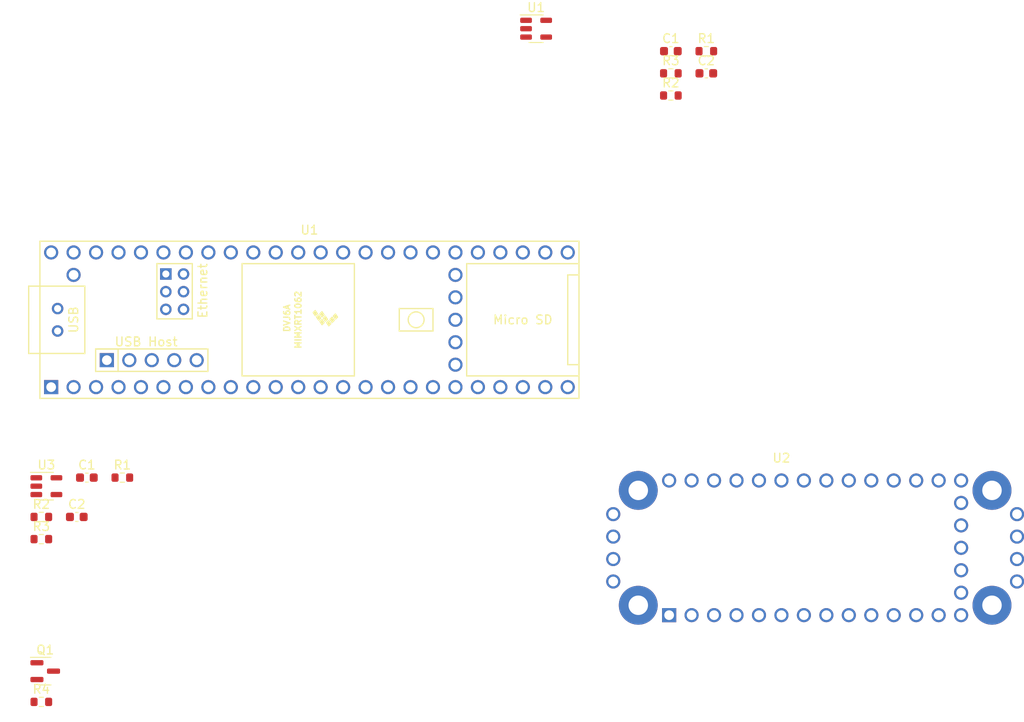
<source format=kicad_pcb>
(kicad_pcb (version 20211014) (generator pcbnew)
  (layers (0 "F.Cu" signal) (31 "B.Cu" signal) (34 "B.Paste" user) (35 "F.Paste" user) (36 "B.SilkS" user "B.Silkscreen") (37 "F.SilkS" user "F.Silkscreen") (38 "B.Mask" user) (39 "F.Mask" user) (44 "Edge.Cuts" user))
  (net 0 "")
  (net 1 "Net-(U1-Pad3)")
  (net 2 "GND")
  (net 3 "+5V")
  (net 4 "/SetSpeed_PWM")
  (net 5 "Net-(U1-Pad4)")
  (net 16 "/SetSpeed_Analog")
  (net 17 "Net-(C1-Pad1)")
  (net 18 "Net-(Q1-Pad1)")
  (net 20 "/Motor Controller/Dig2Analog/SetSpeed_PWM")
  (net 21 "Net-(R2-Pad2)")
  (net 22 "/Motor Controller/Dig2Analog/SetSpeed_Analog")
  (net 84 "/Prop Shield/IRQ")
  (net 85 "/Prop Shield/CS")
  (net 86 "/Prop Shield/MISO")
  (net 87 "/Prop Shield/MOSI")
  (net 88 "/Prop Shield/SCK")
  (net 89 "/Prop Shield/SDA")
  (net 90 "/Prop Shield/SCL")
  (net 91 "+3V3")
  (footprint "Package_TO_SOT_SMD:SOT-23-5" (layer "F.Cu") (at 109.22 86.36)
    (fp_text reference "U1" (at 0 -2.4) (layer "F.SilkS"))
    (fp_text value "OPA320xxDBV")
    (fp_line (start 0 -1.56) (end 0.8 -1.56) (layer "F.SilkS") (width 0.12))
    (fp_line (start 0 1.56) (end -0.8 1.56) (layer "F.SilkS") (width 0.12))
    (fp_line (start 0 -1.56) (end -1.8 -1.56) (layer "F.SilkS") (width 0.12))
    (fp_line (start 0 1.56) (end 0.8 1.56) (layer "F.SilkS") (width 0.12))
    (pad "1" smd roundrect locked (at -1.1375 -0.95) (size 1.325 0.6) (layers "F.Cu" "F.Paste" "F.Mask") (net 16 "/SetSpeed_Analog"))
    (pad "2" smd roundrect locked (at -1.1375 0) (size 1.325 0.6) (layers "F.Cu" "F.Paste" "F.Mask") (net 2 "GND"))
    (pad "3" smd roundrect locked (at -1.1375 0.95) (size 1.325 0.6) (layers "F.Cu" "F.Paste" "F.Mask") (net 1 "Net-(U1-Pad3)"))
    (pad "4" smd roundrect locked (at 1.1375 0.95) (size 1.325 0.6) (layers "F.Cu" "F.Paste" "F.Mask") (net 5 "Net-(U1-Pad4)"))
    (pad "5" smd roundrect locked (at 1.1375 -0.95) (size 1.325 0.6) (layers "F.Cu" "F.Paste" "F.Mask") (net 3 "+5V"))
  )
  (footprint "Resistor_SMD:R_0603_1608Metric" (layer "F.Cu") (at 53.27 162.54)
    (fp_text reference "R4" (at 0 -1.43) (layer "F.SilkS"))
    (fp_text value "1k")
    (fp_line (start -0.237258 0.5225) (end 0.237258 0.5225) (layer "F.SilkS") (width 0.12))
    (fp_line (start -0.237258 -0.5225) (end 0.237258 -0.5225) (layer "F.SilkS") (width 0.12))
    (pad "1" smd roundrect locked (at -0.825 0) (size 0.8 0.95) (layers "F.Cu" "F.Paste" "F.Mask") (net 18 "Net-(Q1-Pad1)"))
    (pad "2" smd roundrect locked (at 0.825 0) (size 0.8 0.95) (layers "F.Cu" "F.Paste" "F.Mask"))
  )
  (footprint "teensy:Teensy41" (layer "F.Cu") (at 83.59 119.3)
    (fp_text reference "U1" (at 0 -10.16) (layer "F.SilkS"))
    (fp_text value "Teensy4.1")
    (fp_text user "USB Host" (at -18.4658 2.4892) (layer "F.SilkS"))
    (fp_text user "Ethernet" (at -12.065 -3.2766 90) (layer "F.SilkS"))
    (fp_text user "DVJ6A" (at -2.54 -0.18 -90) (layer "F.SilkS") (effects (font (size 0.7 0.7))))
    (fp_text user "MIMXRT1062" (at -1.27 0 -90) (layer "F.SilkS") (effects (font (size 0.7 0.7))))
    (fp_text user "Micro SD" (at 24.13 0) (layer "F.SilkS"))
    (fp_text user "USB" (at -26.67 0 270) (layer "F.SilkS"))
    (fp_line (start -11.4808 3.2992) (end -11.4808 5.8392) (layer "F.SilkS") (width 0.15))
    (fp_line (start -25.4 3.81) (end -30.48 3.81) (layer "F.SilkS") (width 0.15))
    (fp_line (start -30.48 8.89) (end -30.48 -8.89) (layer "F.SilkS") (width 0.15))
    (fp_line (start 29.21 -5.08) (end 29.21 5.08) (layer "F.SilkS") (width 0.15))
    (fp_line (start 29.21 5.08) (end 30.48 5.08) (layer "F.SilkS") (width 0.15))
    (fp_line (start -30.48 3.81) (end -31.75 3.81) (layer "F.SilkS") (width 0.15))
    (fp_line (start -25.4 -3.81) (end -30.48 -3.81) (layer "F.SilkS") (width 0.15))
    (fp_line (start -31.75 -3.81) (end -30.48 -3.81) (layer "F.SilkS") (width 0.15))
    (fp_line (start 30.48 -8.89) (end 30.48 8.89) (layer "F.SilkS") (width 0.15))
    (fp_line (start -31.75 3.81) (end -31.75 -3.81) (layer "F.SilkS") (width 0.15))
    (fp_line (start 30.48 -5.08) (end 29.21 -5.08) (layer "F.SilkS") (width 0.15))
    (fp_line (start -30.48 -8.89) (end 30.48 -8.89) (layer "F.SilkS") (width 0.15))
    (fp_line (start 13.97 1.27) (end 10.16 1.27) (layer "F.SilkS") (width 0.15))
    (fp_line (start 5.08 6.35) (end 5.08 -6.35) (layer "F.SilkS") (width 0.15))
    (fp_line (start 10.16 1.27) (end 10.16 -1.27) (layer "F.SilkS") (width 0.15))
    (fp_line (start -13.25 -0.1016) (end -13.25 -6.3516) (layer "F.SilkS") (width 0.15))
    (fp_line (start -17.25 -6.3516) (end -17.25 -6.1016) (layer "F.SilkS") (width 0.15))
    (fp_line (start -7.62 -6.35) (end -7.62 6.35) (layer "F.SilkS") (width 0.15))
    (fp_line (start 10.16 -1.27) (end 13.97 -1.27) (layer "F.SilkS") (width 0.15))
    (fp_line (start 17.78 -6.35) (end 17.78 6.35) (layer "F.SilkS") (width 0.15))
    (fp_line (start -13.25 -6.3516) (end -17.25 -6.3516) (layer "F.SilkS") (width 0.15))
    (fp_line (start -17.25 -0.1016) (end -13.25 -0.1016) (layer "F.SilkS") (width 0.15))
    (fp_line (start -11.4808 5.8392) (end -24.1808 5.8392) (layer "F.SilkS") (width 0.15))
    (fp_line (start -24.1808 5.8392) (end -24.1808 3.2992) (layer "F.SilkS") (width 0.15))
    (fp_line (start 5.08 -6.35) (end -7.62 -6.35) (layer "F.SilkS") (width 0.15))
    (fp_line (start -7.62 6.35) (end 5.08 6.35) (layer "F.SilkS") (width 0.15))
    (fp_line (start 13.97 -1.27) (end 13.97 1.27) (layer "F.SilkS") (width 0.15))
    (fp_line (start -21.6408 3.2992) (end -21.6408 5.8392) (layer "F.SilkS") (width 0.15))
    (fp_line (start 30.48 -6.35) (end 17.78 -6.35) (layer "F.SilkS") (width 0.15))
    (fp_line (start -24.1808 3.2992) (end -11.4808 3.2992) (layer "F.SilkS") (width 0.15))
    (fp_line (start 17.78 6.35) (end 30.48 6.35) (layer "F.SilkS") (width 0.15))
    (fp_line (start -24.1808 3.2992) (end -21.6408 3.2992) (layer "F.SilkS") (width 0.15))
    (fp_line (start 30.48 8.89) (end -30.48 8.89) (layer "F.SilkS") (width 0.15))
    (fp_line (start -17.25 -6.1016) (end -17.25 -0.1016) (layer "F.SilkS") (width 0.15))
    (fp_line (start -25.4 3.81) (end -25.4 -3.81) (layer "F.SilkS") (width 0.15))
    (fp_circle (center 12.065 0) (end 12.7 -0.635) (layer "F.SilkS") (width 0.15) (fill none))
    (fp_poly (pts (xy 1.673 -0.561) (xy 1.419 -0.307) (xy 1.165 -0.688) (xy 1.419 -0.942)) (layer "F.SilkS") (width 0.1) (fill solid))
    (fp_poly (pts (xy 0.911 -0.688) (xy 0.657 -0.434) (xy 0.403 -0.815) (xy 0.657 -1.069)) (layer "F.SilkS") (width 0.1) (fill solid))
    (fp_poly (pts (xy 2.435 0.455) (xy 2.181 0.709) (xy 1.927 0.328) (xy 2.181 0.074)) (layer "F.SilkS") (width 0.1) (fill solid))
    (fp_poly (pts (xy 2.816 0.074) (xy 2.562 0.328) (xy 2.308 -0.053) (xy 2.562 -0.307)) (layer "F.SilkS") (width 0.1) (fill solid))
    (fp_poly (pts (xy 1.673 0.328) (xy 1.419 0.582) (xy 1.165 0.201) (xy 1.419 -0.053)) (layer "F.SilkS") (width 0.1) (fill solid))
    (fp_poly (pts (xy 1.292 -0.18) (xy 1.038 0.074) (xy 0.784 -0.307) (xy 1.038 -0.561)) (layer "F.SilkS") (width 0.1) (fill solid))
    (fp_poly (pts (xy 2.054 -0.053) (xy 1.8 0.201) (xy 1.546 -0.18) (xy 1.8 -0.434)) (layer "F.SilkS") (width 0.1) (fill solid))
    (fp_poly (pts (xy 3.197 -0.307) (xy 2.943 -0.053) (xy 2.689 -0.434) (xy 2.943 -0.688)) (layer "F.SilkS") (width 0.1) (fill solid))
    (pad "1" thru_hole rect (at -29.21 7.62) (size 1.6 1.6) (drill 1.1) (layers *.Cu *.Mask))
    (pad "2" thru_hole circle (at -26.67 7.62) (size 1.6 1.6) (drill 1.1) (layers *.Cu *.Mask))
    (pad "3" thru_hole circle (at -24.13 7.62) (size 1.6 1.6) (drill 1.1) (layers *.Cu *.Mask))
    (pad "4" thru_hole circle (at -21.59 7.62) (size 1.6 1.6) (drill 1.1) (layers *.Cu *.Mask) (net 84 "/Prop Shield/IRQ"))
    (pad "5" thru_hole circle (at -19.05 7.62) (size 1.6 1.6) (drill 1.1) (layers *.Cu *.Mask))
    (pad "6" thru_hole circle (at -16.51 7.62) (size 1.6 1.6) (drill 1.1) (layers *.Cu *.Mask))
    (pad "7" thru_hole circle (at -13.97 7.62) (size 1.6 1.6) (drill 1.1) (layers *.Cu *.Mask))
    (pad "8" thru_hole circle (at -11.43 7.62) (size 1.6 1.6) (drill 1.1) (layers *.Cu *.Mask))
    (pad "9" thru_hole circle (at -8.89 7.62) (size 1.6 1.6) (drill 1.1) (layers *.Cu *.Mask))
    (pad "10" thru_hole circle (at -6.35 7.62) (size 1.6 1.6) (drill 1.1) (layers *.Cu *.Mask))
    (pad "11" thru_hole circle (at -3.81 7.62) (size 1.6 1.6) (drill 1.1) (layers *.Cu *.Mask))
    (pad "12" thru_hole circle (at -1.27 7.62) (size 1.6 1.6) (drill 1.1) (layers *.Cu *.Mask) (net 85 "/Prop Shield/CS"))
    (pad "13" thru_hole circle (at 1.27 7.62) (size 1.6 1.6) (drill 1.1) (layers *.Cu *.Mask) (net 87 "/Prop Shield/MOSI"))
    (pad "14" thru_hole circle (at 3.81 7.62) (size 1.6 1.6) (drill 1.1) (layers *.Cu *.Mask) (net 86 "/Prop Shield/MISO"))
    (pad "15" thru_hole circle (at 6.35 7.62) (size 1.6 1.6) (drill 1.1) (layers *.Cu *.Mask))
    (pad "16" thru_hole circle (at 8.89 7.62) (size 1.6 1.6) (drill 1.1) (layers *.Cu *.Mask))
    (pad "17" thru_hole circle (at 11.43 7.62) (size 1.6 1.6) (drill 1.1) (layers *.Cu *.Mask))
    (pad "18" thru_hole circle (at 13.97 7.62) (size 1.6 1.6) (drill 1.1) (layers *.Cu *.Mask))
    (pad "19" thru_hole circle (at 16.51 7.62) (size 1.6 1.6) (drill 1.1) (layers *.Cu *.Mask))
    (pad "20" thru_hole circle (at 19.05 7.62) (size 1.6 1.6) (drill 1.1) (layers *.Cu *.Mask))
    (pad "21" thru_hole circle (at 21.59 7.62) (size 1.6 1.6) (drill 1.1) (layers *.Cu *.Mask))
    (pad "22" thru_hole circle (at 24.13 7.62) (size 1.6 1.6) (drill 1.1) (layers *.Cu *.Mask))
    (pad "23" thru_hole circle (at 26.67 7.62) (size 1.6 1.6) (drill 1.1) (layers *.Cu *.Mask))
    (pad "24" thru_hole circle (at 29.21 7.62) (size 1.6 1.6) (drill 1.1) (layers *.Cu *.Mask))
    (pad "25" thru_hole circle (at 29.21 -7.62) (size 1.6 1.6) (drill 1.1) (layers *.Cu *.Mask))
    (pad "26" thru_hole circle (at 26.67 -7.62) (size 1.6 1.6) (drill 1.1) (layers *.Cu *.Mask))
    (pad "27" thru_hole circle (at 24.13 -7.62) (size 1.6 1.6) (drill 1.1) (layers *.Cu *.Mask))
    (pad "28" thru_hole circle (at 21.59 -7.62) (size 1.6 1.6) (drill 1.1) (layers *.Cu *.Mask))
    (pad "29" thru_hole circle (at 19.05 -7.62) (size 1.6 1.6) (drill 1.1) (layers *.Cu *.Mask))
    (pad "30" thru_hole circle (at 16.51 -7.62) (size 1.6 1.6) (drill 1.1) (layers *.Cu *.Mask))
    (pad "31" thru_hole circle (at 13.97 -7.62) (size 1.6 1.6) (drill 1.1) (layers *.Cu *.Mask))
    (pad "32" thru_hole circle (at 11.43 -7.62) (size 1.6 1.6) (drill 1.1) (layers *.Cu *.Mask))
    (pad "33" thru_hole circle (at 8.89 -7.62) (size 1.6 1.6) (drill 1.1) (layers *.Cu *.Mask))
    (pad "34" thru_hole circle (at 6.35 -7.62) (size 1.6 1.6) (drill 1.1) (layers *.Cu *.Mask))
    (pad "35" thru_hole circle (at 3.81 -7.62) (size 1.6 1.6) (drill 1.1) (layers *.Cu *.Mask) (net 88 "/Prop Shield/SCK"))
    (pad "36" thru_hole circle (at 1.27 -7.62) (size 1.6 1.6) (drill 1.1) (layers *.Cu *.Mask))
    (pad "37" thru_hole circle (at -1.27 -7.62) (size 1.6 1.6) (drill 1.1) (layers *.Cu *.Mask))
    (pad "38" thru_hole circle (at -3.81 -7.62) (size 1.6 1.6) (drill 1.1) (layers *.Cu *.Mask))
    (pad "39" thru_hole circle (at -6.35 -7.62) (size 1.6 1.6) (drill 1.1) (layers *.Cu *.Mask))
    (pad "40" thru_hole circle (at -8.89 -7.62) (size 1.6 1.6) (drill 1.1) (layers *.Cu *.Mask) (net 89 "/Prop Shield/SDA"))
    (pad "41" thru_hole circle (at -11.43 -7.62) (size 1.6 1.6) (drill 1.1) (layers *.Cu *.Mask) (net 90 "/Prop Shield/SCL"))
    (pad "42" thru_hole circle (at -13.97 -7.62) (size 1.6 1.6) (drill 1.1) (layers *.Cu *.Mask))
    (pad "43" thru_hole circle (at -16.51 -7.62) (size 1.6 1.6) (drill 1.1) (layers *.Cu *.Mask))
    (pad "44" thru_hole circle (at -19.05 -7.62) (size 1.6 1.6) (drill 1.1) (layers *.Cu *.Mask))
    (pad "45" thru_hole circle (at -21.59 -7.62) (size 1.6 1.6) (drill 1.1) (layers *.Cu *.Mask))
    (pad "46" thru_hole circle (at -24.13 -7.62) (size 1.6 1.6) (drill 1.1) (layers *.Cu *.Mask))
    (pad "47" thru_hole circle (at -26.67 -7.62) (size 1.6 1.6) (drill 1.1) (layers *.Cu *.Mask))
    (pad "48" thru_hole circle (at -29.21 -7.62) (size 1.6 1.6) (drill 1.1) (layers *.Cu *.Mask))
    (pad "49" thru_hole circle (at -26.67 -5.08) (size 1.6 1.6) (drill 1.1) (layers *.Cu *.Mask))
    (pad "50" thru_hole circle (at 16.51 5.08) (size 1.6 1.6) (drill 1.1) (layers *.Cu *.Mask))
    (pad "51" thru_hole circle (at 16.51 2.54) (size 1.6 1.6) (drill 1.1) (layers *.Cu *.Mask))
    (pad "52" thru_hole circle (at 16.51 0) (size 1.6 1.6) (drill 1.1) (layers *.Cu *.Mask))
    (pad "53" thru_hole circle (at 16.51 -2.54) (size 1.6 1.6) (drill 1.1) (layers *.Cu *.Mask))
    (pad "54" thru_hole circle (at 16.51 -5.08) (size 1.6 1.6) (drill 1.1) (layers *.Cu *.Mask))
    (pad "55" thru_hole rect (at -22.9108 4.5692) (size 1.6 1.6) (drill 1.1) (layers *.Cu *.Mask))
    (pad "56" thru_hole circle (at -20.3708 4.5692) (size 1.6 1.6) (drill 1.1) (layers *.Cu *.Mask))
    (pad "57" thru_hole circle (at -17.8308 4.5692) (size 1.6 1.6) (drill 1.1) (layers *.Cu *.Mask))
    (pad "58" thru_hole circle (at -15.2908 4.5692) (size 1.6 1.6) (drill 1.1) (layers *.Cu *.Mask))
    (pad "59" thru_hole circle (at -12.7508 4.5692) (size 1.6 1.6) (drill 1.1) (layers *.Cu *.Mask))
    (pad "60" thru_hole rect (at -16.24 -5.1816) (size 1.3 1.3) (drill 0.8) (layers *.Cu *.Mask))
    (pad "61" thru_hole circle (at -16.24 -3.1816) (size 1.3 1.3) (drill 0.8) (layers *.Cu *.Mask))
    (pad "62" thru_hole circle (at -16.24 -1.1816) (size 1.3 1.3) (drill 0.8) (layers *.Cu *.Mask))
    (pad "63" thru_hole circle (at -14.24 -1.1816) (size 1.3 1.3) (drill 0.8) (layers *.Cu *.Mask))
    (pad "64" thru_hole circle (at -14.24 -3.1816) (size 1.3 1.3) (drill 0.8) (layers *.Cu *.Mask))
    (pad "65" thru_hole circle (at -14.24 -5.1816) (size 1.3 1.3) (drill 0.8) (layers *.Cu *.Mask))
    (pad "66" thru_hole circle (at -28.48 -1.27) (size 1.3 1.3) (drill 0.8) (layers *.Cu *.Mask))
    (pad "67" thru_hole circle (at -28.48 1.27) (size 1.3 1.3) (drill 0.8) (layers *.Cu *.Mask))
  )
  (footprint "Package_TO_SOT_SMD:SOT-23-5" (layer "F.Cu") (at 53.84 138.13)
    (fp_text reference "U3" (at 0 -2.4) (layer "F.SilkS"))
    (fp_text value "OPA320xxDBV")
    (fp_line (start 0 1.56) (end -0.8 1.56) (layer "F.SilkS") (width 0.12))
    (fp_line (start 0 -1.56) (end -1.8 -1.56) (layer "F.SilkS") (width 0.12))
    (fp_line (start 0 -1.56) (end 0.8 -1.56) (layer "F.SilkS") (width 0.12))
    (fp_line (start 0 1.56) (end 0.8 1.56) (layer "F.SilkS") (width 0.12))
    (pad "1" smd roundrect locked (at -1.1375 -0.95) (size 1.325 0.6) (layers "F.Cu" "F.Paste" "F.Mask") (net 22 "/Motor Controller/Dig2Analog/SetSpeed_Analog"))
    (pad "2" smd roundrect locked (at -1.1375 0) (size 1.325 0.6) (layers "F.Cu" "F.Paste" "F.Mask") (net 2 "GND"))
    (pad "3" smd roundrect locked (at -1.1375 0.95) (size 1.325 0.6) (layers "F.Cu" "F.Paste" "F.Mask") (net 17 "Net-(C1-Pad1)"))
    (pad "4" smd roundrect locked (at 1.1375 0.95) (size 1.325 0.6) (layers "F.Cu" "F.Paste" "F.Mask") (net 21 "Net-(R2-Pad2)"))
    (pad "5" smd roundrect locked (at 1.1375 -0.95) (size 1.325 0.6) (layers "F.Cu" "F.Paste" "F.Mask") (net 3 "+5V"))
  )
  (footprint "Resistor_SMD:R_0603_1608Metric" (layer "F.Cu") (at 53.27 141.61)
    (fp_text reference "R2" (at 0 -1.43) (layer "F.SilkS"))
    (fp_text value "R")
    (fp_line (start -0.237258 0.5225) (end 0.237258 0.5225) (layer "F.SilkS") (width 0.12))
    (fp_line (start -0.237258 -0.5225) (end 0.237258 -0.5225) (layer "F.SilkS") (width 0.12))
    (pad "1" smd roundrect locked (at -0.825 0) (size 0.8 0.95) (layers "F.Cu" "F.Paste" "F.Mask") (net 2 "GND"))
    (pad "2" smd roundrect locked (at 0.825 0) (size 0.8 0.95) (layers "F.Cu" "F.Paste" "F.Mask") (net 21 "Net-(R2-Pad2)"))
  )
  (footprint "Capacitor_SMD:C_0603_1608Metric" (layer "F.Cu") (at 57.28 141.61)
    (fp_text reference "C2" (at 0 -1.43) (layer "F.SilkS"))
    (fp_text value "100nF 10V")
    (fp_line (start -0.14058 0.51) (end 0.14058 0.51) (layer "F.SilkS") (width 0.12))
    (fp_line (start -0.14058 -0.51) (end 0.14058 -0.51) (layer "F.SilkS") (width 0.12))
    (pad "1" smd roundrect locked (at -0.775 0) (size 0.9 0.95) (layers "F.Cu" "F.Paste" "F.Mask") (net 3 "+5V"))
    (pad "2" smd roundrect locked (at 0.775 0) (size 0.9 0.95) (layers "F.Cu" "F.Paste" "F.Mask") (net 2 "GND"))
  )
  (footprint "Package_TO_SOT_SMD:SOT-23" (layer "F.Cu") (at 53.71 159.06)
    (fp_text reference "Q1" (at 0 -2.4) (layer "F.SilkS"))
    (fp_text value "BSS123")
    (fp_line (start 0 -1.56) (end 0.65 -1.56) (layer "F.SilkS") (width 0.12))
    (fp_line (start 0 1.56) (end 0.65 1.56) (layer "F.SilkS") (width 0.12))
    (fp_line (start 0 1.56) (end -0.65 1.56) (layer "F.SilkS") (width 0.12))
    (fp_line (start 0 -1.56) (end -1.675 -1.56) (layer "F.SilkS") (width 0.12))
    (pad "1" smd roundrect locked (at -0.9375 -0.95) (size 1.475 0.6) (layers "F.Cu" "F.Paste" "F.Mask") (net 18 "Net-(Q1-Pad1)"))
    (pad "2" smd roundrect locked (at -0.9375 0.95) (size 1.475 0.6) (layers "F.Cu" "F.Paste" "F.Mask") (net 2 "GND"))
    (pad "3" smd roundrect locked (at 0.9375 0) (size 1.475 0.6) (layers "F.Cu" "F.Paste" "F.Mask"))
  )
  (footprint "Capacitor_SMD:C_0603_1608Metric" (layer "F.Cu") (at 58.42 137.16)
    (fp_text reference "C1" (at 0 -1.43) (layer "F.SilkS"))
    (fp_text value "C")
    (fp_line (start -0.14058 0.51) (end 0.14058 0.51) (layer "F.SilkS") (width 0.12))
    (fp_line (start -0.14058 -0.51) (end 0.14058 -0.51) (layer "F.SilkS") (width 0.12))
    (pad "1" smd roundrect locked (at -0.775 0) (size 0.9 0.95) (layers "F.Cu" "F.Paste" "F.Mask") (net 17 "Net-(C1-Pad1)"))
    (pad "2" smd roundrect locked (at 0.775 0) (size 0.9 0.95) (layers "F.Cu" "F.Paste" "F.Mask") (net 2 "GND"))
  )
  (footprint "Resistor_SMD:R_0603_1608Metric" (layer "F.Cu") (at 128.47 88.9)
    (fp_text reference "R1" (at 0 -1.43) (layer "F.SilkS"))
    (fp_text value "R")
    (fp_line (start -0.237258 -0.5225) (end 0.237258 -0.5225) (layer "F.SilkS") (width 0.12))
    (fp_line (start -0.237258 0.5225) (end 0.237258 0.5225) (layer "F.SilkS") (width 0.12))
    (pad "1" smd roundrect locked (at -0.825 0) (size 0.8 0.95) (layers "F.Cu" "F.Paste" "F.Mask") (net 4 "/SetSpeed_PWM"))
    (pad "2" smd roundrect locked (at 0.825 0) (size 0.8 0.95) (layers "F.Cu" "F.Paste" "F.Mask") (net 1 "Net-(U1-Pad3)"))
  )
  (footprint "Resistor_SMD:R_0603_1608Metric" (layer "F.Cu") (at 124.46 93.92)
    (fp_text reference "R2" (at 0 -1.43) (layer "F.SilkS"))
    (fp_text value "R")
    (fp_line (start -0.237258 0.5225) (end 0.237258 0.5225) (layer "F.SilkS") (width 0.12))
    (fp_line (start -0.237258 -0.5225) (end 0.237258 -0.5225) (layer "F.SilkS") (width 0.12))
    (pad "1" smd roundrect locked (at -0.825 0) (size 0.8 0.95) (layers "F.Cu" "F.Paste" "F.Mask") (net 2 "GND"))
    (pad "2" smd roundrect locked (at 0.825 0) (size 0.8 0.95) (layers "F.Cu" "F.Paste" "F.Mask") (net 5 "Net-(U1-Pad4)"))
  )
  (footprint "Capacitor_SMD:C_0603_1608Metric" (layer "F.Cu") (at 128.47 91.41)
    (fp_text reference "C2" (at 0 -1.43) (layer "F.SilkS"))
    (fp_text value "100nF 10V")
    (fp_line (start -0.14058 -0.51) (end 0.14058 -0.51) (layer "F.SilkS") (width 0.12))
    (fp_line (start -0.14058 0.51) (end 0.14058 0.51) (layer "F.SilkS") (width 0.12))
    (pad "1" smd roundrect locked (at -0.775 0) (size 0.9 0.95) (layers "F.Cu" "F.Paste" "F.Mask") (net 3 "+5V"))
    (pad "2" smd roundrect locked (at 0.775 0) (size 0.9 0.95) (layers "F.Cu" "F.Paste" "F.Mask") (net 2 "GND"))
  )
  (footprint "Capacitor_SMD:C_0603_1608Metric" (layer "F.Cu") (at 124.46 88.9)
    (fp_text reference "C1" (at 0 -1.43) (layer "F.SilkS"))
    (fp_text value "C")
    (fp_line (start -0.14058 -0.51) (end 0.14058 -0.51) (layer "F.SilkS") (width 0.12))
    (fp_line (start -0.14058 0.51) (end 0.14058 0.51) (layer "F.SilkS") (width 0.12))
    (pad "1" smd roundrect locked (at -0.775 0) (size 0.9 0.95) (layers "F.Cu" "F.Paste" "F.Mask") (net 1 "Net-(U1-Pad3)"))
    (pad "2" smd roundrect locked (at 0.775 0) (size 0.9 0.95) (layers "F.Cu" "F.Paste" "F.Mask") (net 2 "GND"))
  )
  (footprint "Resistor_SMD:R_0603_1608Metric" (layer "F.Cu") (at 53.27 144.12)
    (fp_text reference "R3" (at 0 -1.43) (layer "F.SilkS"))
    (fp_text value "R")
    (fp_line (start -0.237258 -0.5225) (end 0.237258 -0.5225) (layer "F.SilkS") (width 0.12))
    (fp_line (start -0.237258 0.5225) (end 0.237258 0.5225) (layer "F.SilkS") (width 0.12))
    (pad "1" smd roundrect locked (at -0.825 0) (size 0.8 0.95) (layers "F.Cu" "F.Paste" "F.Mask") (net 22 "/Motor Controller/Dig2Analog/SetSpeed_Analog"))
    (pad "2" smd roundrect locked (at 0.825 0) (size 0.8 0.95) (layers "F.Cu" "F.Paste" "F.Mask") (net 21 "Net-(R2-Pad2)"))
  )
  (footprint "Resistor_SMD:R_0603_1608Metric" (layer "F.Cu") (at 124.46 91.41)
    (fp_text reference "R3" (at 0 -1.43) (layer "F.SilkS"))
    (fp_text value "R")
    (fp_line (start -0.237258 -0.5225) (end 0.237258 -0.5225) (layer "F.SilkS") (width 0.12))
    (fp_line (start -0.237258 0.5225) (end 0.237258 0.5225) (layer "F.SilkS") (width 0.12))
    (pad "1" smd roundrect locked (at -0.825 0) (size 0.8 0.95) (layers "F.Cu" "F.Paste" "F.Mask") (net 16 "/SetSpeed_Analog"))
    (pad "2" smd roundrect locked (at 0.825 0) (size 0.8 0.95) (layers "F.Cu" "F.Paste" "F.Mask") (net 5 "Net-(U1-Pad4)"))
  )
  (footprint "Resistor_SMD:R_0603_1608Metric" (layer "F.Cu") (at 62.43 137.16)
    (fp_text reference "R1" (at 0 -1.43) (layer "F.SilkS"))
    (fp_text value "R")
    (fp_line (start -0.237258 -0.5225) (end 0.237258 -0.5225) (layer "F.SilkS") (width 0.12))
    (fp_line (start -0.237258 0.5225) (end 0.237258 0.5225) (layer "F.SilkS") (width 0.12))
    (pad "1" smd roundrect locked (at -0.825 0) (size 0.8 0.95) (layers "F.Cu" "F.Paste" "F.Mask") (net 20 "/Motor Controller/Dig2Analog/SetSpeed_PWM"))
    (pad "2" smd roundrect locked (at 0.825 0) (size 0.8 0.95) (layers "F.Cu" "F.Paste" "F.Mask") (net 17 "Net-(C1-Pad1)"))
  )
  (footprint "teensy:Prop Shield Motion Sens" (layer "F.Cu") (at 124.265 152.725)
    (fp_text reference "U2" (at 12.7 -17.78 unlocked) (layer "F.SilkS"))
    (fp_text value "PropShieldMotionSens")
    (pad "1" thru_hole rect (at 0 0) (size 1.6 1.6) (drill 1.1) (layers *.Cu *.Mask) (net 2 "GND"))
    (pad "2" thru_hole circle (at 2.54 0) (size 1.6 1.6) (drill 1.1) (layers *.Cu *.Mask) (net 2 "GND"))
    (pad "3" thru_hole circle (at 5.08 0) (size 1.6 1.6) (drill 1.1) (layers *.Cu *.Mask) (net 2 "GND"))
    (pad "4" thru_hole circle (at 7.62 0) (size 1.6 1.6) (drill 1.1) (layers *.Cu *.Mask) (net 84 "/Prop Shield/IRQ"))
    (pad "5" thru_hole circle (at 10.16 0) (size 1.6 1.6) (drill 1.1) (layers *.Cu *.Mask) (net 2 "GND"))
    (pad "6" thru_hole circle (at 12.7 0) (size 1.6 1.6) (drill 1.1) (layers *.Cu *.Mask) (net 2 "GND"))
    (pad "7" thru_hole circle (at 15.24 0) (size 1.6 1.6) (drill 1.1) (layers *.Cu *.Mask))
    (pad "8" thru_hole circle (at 17.78 0) (size 1.6 1.6) (drill 1.1) (layers *.Cu *.Mask) (net 85 "/Prop Shield/CS"))
    (pad "9" thru_hole circle (at 20.32 0) (size 1.6 1.6) (drill 1.1) (layers *.Cu *.Mask))
    (pad "10" thru_hole circle (at 22.86 0) (size 1.6 1.6) (drill 1.1) (layers *.Cu *.Mask) (net 2 "GND"))
    (pad "11" thru_hole circle (at 25.4 0) (size 1.6 1.6) (drill 1.1) (layers *.Cu *.Mask) (net 2 "GND"))
    (pad "12" thru_hole circle (at 27.94 0) (size 1.6 1.6) (drill 1.1) (layers *.Cu *.Mask) (net 2 "GND"))
    (pad "13" thru_hole circle (at 30.48 0) (size 1.6 1.6) (drill 1.1) (layers *.Cu *.Mask) (net 86 "/Prop Shield/MISO"))
    (pad "14" thru_hole circle (at 33.02 0) (size 1.6 1.6) (drill 1.1) (layers *.Cu *.Mask) (net 87 "/Prop Shield/MOSI"))
    (pad "15" thru_hole circle (at 33.02 -15.24) (size 1.6 1.6) (drill 1.1) (layers *.Cu *.Mask) (net 88 "/Prop Shield/SCK"))
    (pad "16" thru_hole circle (at 30.48 -15.24) (size 1.6 1.6) (drill 1.1) (layers *.Cu *.Mask) (net 2 "GND"))
    (pad "17" thru_hole circle (at 27.94 -15.24) (size 1.6 1.6) (drill 1.1) (layers *.Cu *.Mask) (net 2 "GND"))
    (pad "18" thru_hole circle (at 25.4 -15.24) (size 1.6 1.6) (drill 1.1) (layers *.Cu *.Mask) (net 2 "GND"))
    (pad "19" thru_hole circle (at 22.86 -15.24) (size 1.6 1.6) (drill 1.1) (layers *.Cu *.Mask) (net 2 "GND"))
    (pad "20" thru_hole circle (at 20.32 -15.24) (size 1.6 1.6) (drill 1.1) (layers *.Cu *.Mask) (net 89 "/Prop Shield/SDA"))
    (pad "21" thru_hole circle (at 17.78 -15.24) (size 1.6 1.6) (drill 1.1) (layers *.Cu *.Mask) (net 90 "/Prop Shield/SCL"))
    (pad "22" thru_hole circle (at 15.24 -15.24) (size 1.6 1.6) (drill 1.1) (layers *.Cu *.Mask) (net 2 "GND"))
    (pad "23" thru_hole circle (at 12.7 -15.24) (size 1.6 1.6) (drill 1.1) (layers *.Cu *.Mask) (net 2 "GND"))
    (pad "24" thru_hole circle (at 10.16 -15.24) (size 1.6 1.6) (drill 1.1) (layers *.Cu *.Mask) (net 2 "GND"))
    (pad "25" thru_hole circle (at 7.62 -15.24) (size 1.6 1.6) (drill 1.1) (layers *.Cu *.Mask) (net 2 "GND"))
    (pad "26" thru_hole circle (at 5.08 -15.24) (size 1.6 1.6) (drill 1.1) (layers *.Cu *.Mask) (net 91 "+3V3"))
    (pad "27" thru_hole circle (at 2.54 -15.24) (size 1.6 1.6) (drill 1.1) (layers *.Cu *.Mask))
    (pad "28" thru_hole circle (at 0 -15.24) (size 1.6 1.6) (drill 1.1) (layers *.Cu *.Mask) (net 3 "+5V"))
    (pad "29" thru_hole circle (at 33.02 -2.54) (size 1.6 1.6) (drill 1.1) (layers *.Cu *.Mask) (net 2 "GND"))
    (pad "30" thru_hole circle (at 33.02 -5.08) (size 1.6 1.6) (drill 1.1) (layers *.Cu *.Mask) (net 91 "+3V3"))
    (pad "31" thru_hole circle (at 33.02 -7.62) (size 1.6 1.6) (drill 1.1) (layers *.Cu *.Mask) (net 2 "GND"))
    (pad "32" thru_hole circle (at 33.02 -10.16) (size 1.6 1.6) (drill 1.1) (layers *.Cu *.Mask) (net 2 "GND"))
    (pad "33" thru_hole circle (at 33.02 -12.7) (size 1.6 1.6) (drill 1.1) (layers *.Cu *.Mask))
    (pad "34" thru_hole circle (at 39.34 -3.81) (size 1.6 1.6) (drill 1.1) (layers *.Cu *.Mask))
    (pad "35" thru_hole circle (at 39.34 -6.35) (size 1.6 1.6) (drill 1.1) (layers *.Cu *.Mask))
    (pad "36" thru_hole circle (at 39.34 -8.89) (size 1.6 1.6) (drill 1.1) (layers *.Cu *.Mask))
    (pad "37" thru_hole circle (at 39.34 -11.43) (size 1.6 1.6) (drill 1.1) (layers *.Cu *.Mask) (net 2 "GND"))
    (pad "38" thru_hole circle (at -6.32 -3.81) (size 1.6 1.6) (drill 1.1) (layers *.Cu *.Mask) (net 2 "GND"))
    (pad "39" thru_hole circle (at -6.32 -6.35) (size 1.6 1.6) (drill 1.1) (layers *.Cu *.Mask))
    (pad "40" thru_hole circle (at -6.32 -8.89) (size 1.6 1.6) (drill 1.1) (layers *.Cu *.Mask))
    (pad "41" thru_hole circle (at -6.32 -11.43) (size 1.6 1.6) (drill 1.1) (layers *.Cu *.Mask))
    (pad "PAD" thru_hole circle (at 36.51 -14.12) (size 4.4 4.4) (drill 2.2) (layers *.Cu *.Mask))
    (pad "PAD" thru_hole circle (at -3.49 -1.12) (size 4.4 4.4) (drill 2.2) (layers *.Cu *.Mask))
    (pad "PAD" thru_hole circle (at -3.49 -14.12) (size 4.4 4.4) (drill 2.2) (layers *.Cu *.Mask))
    (pad "PAD" thru_hole circle (at 36.51 -1.12) (size 4.4 4.4) (drill 2.2) (layers *.Cu *.Mask))
  )
)
</source>
